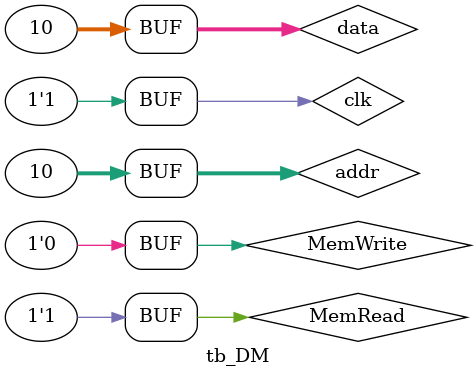
<source format=v>
module tb_DM;
reg clk;
reg [31:0] addr;
reg [31:0] data;
reg MemRead;
reg MemWrite;
wire [31:0] DM_data;



DM uut(
    clk,
    addr,
    data,
    MemRead,
    MemWrite,
    DM_data
);

initial begin
    clk = 0;
    #10
    clk <= !clk;
    MemRead <= 0;
    MemWrite <= 1;
    data <= 32'd10;
    addr <= 32'd10;
    #10
    clk<= !clk;
    #10
    clk<= !clk;
    MemRead <= 1;
    MemWrite <= 0;
    addr <= 32'd10;
    #10
    clk <= !clk;

end

endmodule
</source>
